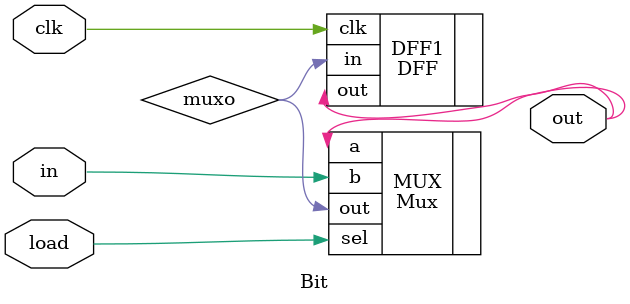
<source format=v>
/**
 * 1-bit register:
 * If load[t] == 1 then out[t+1] = in[t]
 *    else out does not change (out[t+1] = out[t])
 */
`include "Mux.v"
`include "DFF.v"
`default_nettype none
module Bit(
	input wire clk,
	input wire in,
	input wire load,
	output wire out
);

// your implementation comes here:
  
    // Mux(a=muxb, b=in, sel=load, out=muxo);
    // DFF(in=muxo, out=out, out=muxb);
    // reg muxb;
    wire muxo;
    Mux MUX(.a(out),.b(in),.sel(load),.out(muxo));
	DFF DFF1(.clk(clk),.in(muxo),.out(out));

endmodule

</source>
